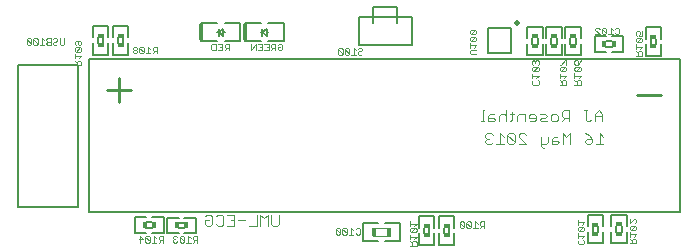
<source format=gbo>
G75*
G70*
%OFA0B0*%
%FSLAX24Y24*%
%IPPOS*%
%LPD*%
%AMOC8*
5,1,8,0,0,1.08239X$1,22.5*
%
%ADD10C,0.0050*%
%ADD11C,0.0098*%
%ADD12C,0.0060*%
%ADD13R,0.0118X0.0236*%
%ADD14C,0.0020*%
%ADD15R,0.0236X0.0118*%
%ADD16C,0.0030*%
%ADD17C,0.0040*%
%ADD18R,0.0138X0.0315*%
%ADD19C,0.0080*%
%ADD20C,0.0197*%
%ADD21C,0.0120*%
D10*
X002646Y001530D02*
X002646Y006650D01*
X022326Y006650D01*
X022326Y001530D01*
X002646Y001530D01*
X004172Y001365D02*
X004172Y000853D01*
X004546Y000853D01*
X004743Y000853D02*
X005117Y000853D01*
X005117Y001365D01*
X004743Y001365D01*
X004546Y001365D02*
X004172Y001365D01*
X005243Y001357D02*
X005243Y000845D01*
X005617Y000845D01*
X005814Y000845D02*
X006188Y000845D01*
X006188Y001357D01*
X005814Y001357D01*
X005617Y001357D02*
X005243Y001357D01*
X011755Y001184D02*
X011755Y000593D01*
X012267Y000593D01*
X012503Y000593D02*
X013015Y000593D01*
X013015Y001184D01*
X012503Y001184D01*
X012267Y001184D02*
X011755Y001184D01*
X013625Y001026D02*
X013625Y001400D01*
X014137Y001400D01*
X014137Y001026D01*
X014294Y001026D02*
X014294Y001400D01*
X014806Y001400D01*
X014806Y001026D01*
X014806Y000830D02*
X014806Y000456D01*
X014294Y000456D01*
X014294Y000830D01*
X014137Y000830D02*
X014137Y000456D01*
X013625Y000456D01*
X013625Y000830D01*
X019255Y000869D02*
X019255Y000495D01*
X019767Y000495D01*
X019767Y000869D01*
X020042Y000869D02*
X020042Y000495D01*
X020554Y000495D01*
X020554Y000869D01*
X020554Y001066D02*
X020554Y001440D01*
X020042Y001440D01*
X020042Y001066D01*
X019767Y001066D02*
X019767Y001440D01*
X019255Y001440D01*
X019255Y001066D01*
X019019Y006771D02*
X018507Y006771D01*
X018507Y007145D01*
X018389Y007149D02*
X018389Y006774D01*
X017877Y006774D01*
X017877Y007149D01*
X017759Y007149D02*
X017759Y006774D01*
X017247Y006774D01*
X017247Y007149D01*
X017247Y007345D02*
X017247Y007719D01*
X017759Y007719D01*
X017759Y007345D01*
X017877Y007345D02*
X017877Y007719D01*
X018389Y007719D01*
X018389Y007345D01*
X018507Y007341D02*
X018507Y007715D01*
X019019Y007715D01*
X019019Y007341D01*
X019487Y007404D02*
X019861Y007404D01*
X020058Y007404D02*
X020432Y007404D01*
X020432Y006893D01*
X020058Y006893D01*
X019861Y006893D02*
X019487Y006893D01*
X019487Y007404D01*
X019019Y007145D02*
X019019Y006771D01*
X021184Y006755D02*
X021184Y007129D01*
X021184Y007326D02*
X021184Y007700D01*
X021696Y007700D01*
X021696Y007326D01*
X021696Y007129D02*
X021696Y006755D01*
X021184Y006755D01*
X016715Y006853D02*
X016715Y007680D01*
X015928Y007680D01*
X015928Y006853D01*
X016715Y006853D01*
X009117Y007247D02*
X008605Y007247D01*
X008369Y007247D02*
X007818Y007247D01*
X007660Y007247D02*
X007149Y007247D01*
X006912Y007247D02*
X006361Y007247D01*
X006952Y007424D02*
X006952Y007542D01*
X006912Y007542D01*
X006952Y007542D02*
X007109Y007424D01*
X007109Y007542D01*
X007149Y007542D01*
X007109Y007542D02*
X007109Y007660D01*
X006952Y007542D01*
X006952Y007660D01*
X006912Y007837D02*
X006361Y007837D01*
X007149Y007837D02*
X007660Y007837D01*
X007660Y007247D01*
X008408Y007424D02*
X008408Y007542D01*
X008369Y007542D01*
X008408Y007542D02*
X008566Y007424D01*
X008566Y007542D01*
X008605Y007542D01*
X008566Y007542D02*
X008566Y007660D01*
X008408Y007542D01*
X008408Y007660D01*
X008369Y007837D02*
X007818Y007837D01*
X008605Y007837D02*
X009117Y007837D01*
X009117Y007247D01*
X003940Y007168D02*
X003940Y006794D01*
X003428Y006794D01*
X003428Y007168D01*
X003271Y007168D02*
X003271Y006794D01*
X002759Y006794D01*
X002759Y007168D01*
X002759Y007365D02*
X002759Y007739D01*
X003271Y007739D01*
X003271Y007365D01*
X003428Y007365D02*
X003428Y007739D01*
X003940Y007739D01*
X003940Y007365D01*
D11*
X003635Y005999D02*
X003635Y005211D01*
X004028Y005605D02*
X003241Y005605D01*
X020897Y005444D02*
X021684Y005444D01*
D12*
X020056Y007060D02*
X019863Y007060D01*
X019863Y007237D02*
X020056Y007237D01*
X018851Y007147D02*
X018851Y007339D01*
X018674Y007339D02*
X018674Y007147D01*
X018221Y007150D02*
X018221Y007343D01*
X018045Y007343D02*
X018045Y007150D01*
X017591Y007150D02*
X017591Y007343D01*
X017415Y007343D02*
X017415Y007150D01*
X021352Y007131D02*
X021352Y007324D01*
X021528Y007324D02*
X021528Y007131D01*
X005812Y001189D02*
X005619Y001189D01*
X005619Y001013D02*
X005812Y001013D01*
X004741Y001021D02*
X004548Y001021D01*
X004548Y001197D02*
X004741Y001197D01*
X013793Y001024D02*
X013793Y000832D01*
X013969Y000832D02*
X013969Y001024D01*
X014462Y001024D02*
X014462Y000832D01*
X014638Y000832D02*
X014638Y001024D01*
X019423Y001064D02*
X019423Y000871D01*
X019599Y000871D02*
X019599Y001064D01*
X020210Y001064D02*
X020210Y000871D01*
X020386Y000871D02*
X020386Y001064D01*
X003772Y007170D02*
X003772Y007363D01*
X003596Y007363D02*
X003596Y007170D01*
X003103Y007170D02*
X003103Y007363D01*
X002926Y007363D02*
X002926Y007170D01*
D13*
X004486Y001111D03*
X004806Y001111D03*
X005554Y001099D03*
X005874Y001099D03*
X019800Y007150D03*
X020120Y007150D03*
D14*
X020851Y007129D02*
X020851Y006982D01*
X020851Y007055D02*
X021071Y007055D01*
X020998Y006982D01*
X021034Y006908D02*
X020961Y006908D01*
X020924Y006871D01*
X020924Y006761D01*
X020924Y006834D02*
X020851Y006908D01*
X020851Y006761D02*
X021071Y006761D01*
X021071Y006871D01*
X021034Y006908D01*
X021034Y007203D02*
X020887Y007203D01*
X021034Y007350D01*
X020887Y007350D01*
X020851Y007313D01*
X020851Y007239D01*
X020887Y007203D01*
X021034Y007203D02*
X021071Y007239D01*
X021071Y007313D01*
X021034Y007350D01*
X021071Y007424D02*
X020961Y007424D01*
X020998Y007497D01*
X020998Y007534D01*
X020961Y007571D01*
X020887Y007571D01*
X020851Y007534D01*
X020851Y007460D01*
X020887Y007424D01*
X021071Y007424D02*
X021071Y007571D01*
X020314Y007510D02*
X020277Y007473D01*
X020204Y007473D01*
X020167Y007510D01*
X020093Y007473D02*
X019946Y007473D01*
X020019Y007473D02*
X020019Y007694D01*
X020093Y007620D01*
X020167Y007657D02*
X020204Y007694D01*
X020277Y007694D01*
X020314Y007657D01*
X020314Y007510D01*
X019872Y007510D02*
X019872Y007657D01*
X019835Y007694D01*
X019762Y007694D01*
X019725Y007657D01*
X019872Y007510D01*
X019835Y007473D01*
X019762Y007473D01*
X019725Y007510D01*
X019725Y007657D01*
X019651Y007657D02*
X019614Y007694D01*
X019541Y007694D01*
X019504Y007657D01*
X019504Y007620D01*
X019651Y007473D01*
X019504Y007473D01*
X019032Y006604D02*
X018996Y006531D01*
X018922Y006457D01*
X018922Y006567D01*
X018885Y006604D01*
X018849Y006604D01*
X018812Y006567D01*
X018812Y006494D01*
X018849Y006457D01*
X018922Y006457D01*
X018849Y006383D02*
X018812Y006346D01*
X018812Y006273D01*
X018849Y006236D01*
X018996Y006383D01*
X018849Y006383D01*
X018996Y006383D02*
X019032Y006346D01*
X019032Y006273D01*
X018996Y006236D01*
X018849Y006236D01*
X018812Y006162D02*
X018812Y006015D01*
X018812Y006089D02*
X019032Y006089D01*
X018959Y006015D01*
X018996Y005941D02*
X018922Y005941D01*
X018885Y005904D01*
X018885Y005794D01*
X018812Y005794D02*
X019032Y005794D01*
X019032Y005904D01*
X018996Y005941D01*
X018885Y005868D02*
X018812Y005941D01*
X018545Y005897D02*
X018508Y005933D01*
X018435Y005933D01*
X018398Y005897D01*
X018398Y005786D01*
X018325Y005786D02*
X018545Y005786D01*
X018545Y005897D01*
X018471Y006007D02*
X018545Y006081D01*
X018325Y006081D01*
X018325Y006154D02*
X018325Y006007D01*
X018325Y005933D02*
X018398Y005860D01*
X017620Y005897D02*
X017620Y005823D01*
X017583Y005786D01*
X017436Y005786D01*
X017399Y005823D01*
X017399Y005897D01*
X017436Y005933D01*
X017399Y006007D02*
X017399Y006154D01*
X017399Y006081D02*
X017620Y006081D01*
X017546Y006007D01*
X017583Y005933D02*
X017620Y005897D01*
X017583Y006228D02*
X017436Y006228D01*
X017583Y006375D01*
X017436Y006375D01*
X017399Y006339D01*
X017399Y006265D01*
X017436Y006228D01*
X017583Y006228D02*
X017620Y006265D01*
X017620Y006339D01*
X017583Y006375D01*
X017583Y006449D02*
X017620Y006486D01*
X017620Y006560D01*
X017583Y006596D01*
X017546Y006596D01*
X017510Y006560D01*
X017473Y006596D01*
X017436Y006596D01*
X017399Y006560D01*
X017399Y006486D01*
X017436Y006449D01*
X017510Y006523D02*
X017510Y006560D01*
X018325Y006449D02*
X018361Y006449D01*
X018508Y006596D01*
X018545Y006596D01*
X018545Y006449D01*
X018508Y006375D02*
X018361Y006375D01*
X018325Y006339D01*
X018325Y006265D01*
X018361Y006228D01*
X018508Y006375D01*
X018545Y006339D01*
X018545Y006265D01*
X018508Y006228D01*
X018361Y006228D01*
X015540Y006802D02*
X015357Y006802D01*
X015320Y006839D01*
X015320Y006912D01*
X015357Y006949D01*
X015540Y006949D01*
X015467Y007023D02*
X015540Y007096D01*
X015320Y007096D01*
X015320Y007023D02*
X015320Y007170D01*
X015357Y007244D02*
X015504Y007391D01*
X015357Y007391D01*
X015320Y007354D01*
X015320Y007281D01*
X015357Y007244D01*
X015504Y007244D01*
X015540Y007281D01*
X015540Y007354D01*
X015504Y007391D01*
X015504Y007465D02*
X015540Y007502D01*
X015540Y007575D01*
X015504Y007612D01*
X015357Y007465D01*
X015320Y007502D01*
X015320Y007575D01*
X015357Y007612D01*
X015504Y007612D01*
X015504Y007465D02*
X015357Y007465D01*
X011747Y006972D02*
X011747Y006935D01*
X011710Y006899D01*
X011637Y006899D01*
X011600Y006862D01*
X011600Y006825D01*
X011637Y006788D01*
X011710Y006788D01*
X011747Y006825D01*
X011747Y006972D02*
X011710Y007009D01*
X011637Y007009D01*
X011600Y006972D01*
X011526Y006935D02*
X011452Y007009D01*
X011452Y006788D01*
X011379Y006788D02*
X011526Y006788D01*
X011305Y006825D02*
X011158Y006972D01*
X011158Y006825D01*
X011195Y006788D01*
X011268Y006788D01*
X011305Y006825D01*
X011305Y006972D01*
X011268Y007009D01*
X011195Y007009D01*
X011158Y006972D01*
X011084Y006972D02*
X011047Y007009D01*
X010974Y007009D01*
X010937Y006972D01*
X011084Y006825D01*
X011047Y006788D01*
X010974Y006788D01*
X010937Y006825D01*
X010937Y006972D01*
X011084Y006972D02*
X011084Y006825D01*
X009068Y006973D02*
X009031Y006936D01*
X008958Y006936D01*
X008921Y006973D01*
X008921Y007046D01*
X008994Y007046D01*
X008921Y007120D02*
X008958Y007156D01*
X009031Y007156D01*
X009068Y007120D01*
X009068Y006973D01*
X008847Y007009D02*
X008737Y007009D01*
X008700Y007046D01*
X008700Y007120D01*
X008737Y007156D01*
X008847Y007156D01*
X008847Y006936D01*
X008773Y007009D02*
X008700Y006936D01*
X008626Y006936D02*
X008479Y006936D01*
X008405Y006936D02*
X008258Y006936D01*
X008184Y006936D02*
X008184Y007156D01*
X008037Y006936D01*
X008037Y007156D01*
X008258Y007156D02*
X008405Y007156D01*
X008405Y006936D01*
X008405Y007046D02*
X008331Y007046D01*
X008479Y007156D02*
X008626Y007156D01*
X008626Y006936D01*
X008626Y007046D02*
X008552Y007046D01*
X007296Y007009D02*
X007186Y007009D01*
X007149Y007046D01*
X007149Y007120D01*
X007186Y007156D01*
X007296Y007156D01*
X007296Y006936D01*
X007223Y007009D02*
X007149Y006936D01*
X007075Y006936D02*
X006928Y006936D01*
X006854Y006936D02*
X006744Y006936D01*
X006707Y006973D01*
X006707Y007120D01*
X006744Y007156D01*
X006854Y007156D01*
X006854Y006936D01*
X007002Y007046D02*
X007075Y007046D01*
X007075Y007156D02*
X007075Y006936D01*
X007075Y007156D02*
X006928Y007156D01*
X004898Y007055D02*
X004898Y006835D01*
X004898Y006908D02*
X004788Y006908D01*
X004752Y006945D01*
X004752Y007019D01*
X004788Y007055D01*
X004898Y007055D01*
X004825Y006908D02*
X004752Y006835D01*
X004677Y006835D02*
X004531Y006835D01*
X004604Y006835D02*
X004604Y007055D01*
X004677Y006982D01*
X004456Y007019D02*
X004456Y006872D01*
X004310Y007019D01*
X004310Y006872D01*
X004346Y006835D01*
X004420Y006835D01*
X004456Y006872D01*
X004235Y006872D02*
X004235Y006908D01*
X004199Y006945D01*
X004125Y006945D01*
X004089Y006908D01*
X004089Y006872D01*
X004125Y006835D01*
X004199Y006835D01*
X004235Y006872D01*
X004199Y006945D02*
X004235Y006982D01*
X004235Y007019D01*
X004199Y007055D01*
X004125Y007055D01*
X004089Y007019D01*
X004089Y006982D01*
X004125Y006945D01*
X004310Y007019D02*
X004346Y007055D01*
X004420Y007055D01*
X004456Y007019D01*
X002370Y006998D02*
X002370Y006924D01*
X002333Y006888D01*
X002187Y006888D01*
X002333Y007035D01*
X002187Y007035D01*
X002150Y006998D01*
X002150Y006924D01*
X002187Y006888D01*
X002150Y006814D02*
X002150Y006667D01*
X002150Y006740D02*
X002370Y006740D01*
X002297Y006667D01*
X002333Y006593D02*
X002260Y006593D01*
X002223Y006556D01*
X002223Y006446D01*
X002150Y006446D02*
X002370Y006446D01*
X002370Y006556D01*
X002333Y006593D01*
X002223Y006519D02*
X002150Y006593D01*
X002370Y006998D02*
X002333Y007035D01*
X002333Y007109D02*
X002297Y007109D01*
X002260Y007145D01*
X002260Y007256D01*
X002187Y007256D02*
X002333Y007256D01*
X002370Y007219D01*
X002370Y007145D01*
X002333Y007109D01*
X002187Y007109D02*
X002150Y007145D01*
X002150Y007219D01*
X002187Y007256D01*
X001803Y007336D02*
X001803Y007152D01*
X001766Y007115D01*
X001693Y007115D01*
X001656Y007152D01*
X001656Y007336D01*
X001582Y007299D02*
X001582Y007262D01*
X001545Y007225D01*
X001472Y007225D01*
X001435Y007189D01*
X001435Y007152D01*
X001472Y007115D01*
X001545Y007115D01*
X001582Y007152D01*
X001361Y007115D02*
X001251Y007115D01*
X001214Y007152D01*
X001214Y007189D01*
X001251Y007225D01*
X001361Y007225D01*
X001435Y007299D02*
X001472Y007336D01*
X001545Y007336D01*
X001582Y007299D01*
X001361Y007336D02*
X001251Y007336D01*
X001214Y007299D01*
X001214Y007262D01*
X001251Y007225D01*
X001140Y007262D02*
X001067Y007336D01*
X001067Y007115D01*
X001140Y007115D02*
X000993Y007115D01*
X000919Y007152D02*
X000772Y007299D01*
X000772Y007152D01*
X000809Y007115D01*
X000882Y007115D01*
X000919Y007152D01*
X000919Y007299D01*
X000882Y007336D01*
X000809Y007336D01*
X000772Y007299D01*
X000698Y007299D02*
X000661Y007336D01*
X000588Y007336D01*
X000551Y007299D01*
X000698Y007152D01*
X000661Y007115D01*
X000588Y007115D01*
X000551Y007152D01*
X000551Y007299D01*
X000698Y007299D02*
X000698Y007152D01*
X001361Y007115D02*
X001361Y007336D01*
X013331Y001232D02*
X013331Y001085D01*
X013331Y001159D02*
X013551Y001159D01*
X013478Y001085D01*
X013515Y001011D02*
X013368Y001011D01*
X013331Y000974D01*
X013331Y000901D01*
X013368Y000864D01*
X013515Y001011D01*
X013551Y000974D01*
X013551Y000901D01*
X013515Y000864D01*
X013368Y000864D01*
X013331Y000790D02*
X013331Y000643D01*
X013331Y000717D02*
X013551Y000717D01*
X013478Y000643D01*
X013515Y000569D02*
X013441Y000569D01*
X013404Y000532D01*
X013404Y000422D01*
X013331Y000422D02*
X013551Y000422D01*
X013551Y000532D01*
X013515Y000569D01*
X013404Y000496D02*
X013331Y000569D01*
X011666Y000831D02*
X011629Y000794D01*
X011556Y000794D01*
X011519Y000831D01*
X011445Y000794D02*
X011298Y000794D01*
X011372Y000794D02*
X011372Y001015D01*
X011445Y000941D01*
X011519Y000978D02*
X011556Y001015D01*
X011629Y001015D01*
X011666Y000978D01*
X011666Y000831D01*
X011224Y000831D02*
X011224Y000978D01*
X011187Y001015D01*
X011114Y001015D01*
X011077Y000978D01*
X011224Y000831D01*
X011187Y000794D01*
X011114Y000794D01*
X011077Y000831D01*
X011077Y000978D01*
X011003Y000978D02*
X010966Y001015D01*
X010893Y001015D01*
X010856Y000978D01*
X011003Y000831D01*
X010966Y000794D01*
X010893Y000794D01*
X010856Y000831D01*
X010856Y000978D01*
X011003Y000978D02*
X011003Y000831D01*
X014994Y001045D02*
X015031Y001008D01*
X015104Y001008D01*
X015141Y001045D01*
X014994Y001192D01*
X014994Y001045D01*
X014994Y001192D02*
X015031Y001228D01*
X015104Y001228D01*
X015141Y001192D01*
X015141Y001045D01*
X015215Y001045D02*
X015252Y001008D01*
X015325Y001008D01*
X015362Y001045D01*
X015215Y001192D01*
X015215Y001045D01*
X015215Y001192D02*
X015252Y001228D01*
X015325Y001228D01*
X015362Y001192D01*
X015362Y001045D01*
X015436Y001008D02*
X015583Y001008D01*
X015510Y001008D02*
X015510Y001228D01*
X015583Y001155D01*
X015657Y001118D02*
X015694Y001082D01*
X015804Y001082D01*
X015731Y001082D02*
X015657Y001008D01*
X015804Y001008D02*
X015804Y001228D01*
X015694Y001228D01*
X015657Y001192D01*
X015657Y001118D01*
X018922Y001125D02*
X018922Y001271D01*
X018922Y001198D02*
X019142Y001198D01*
X019068Y001125D01*
X019105Y001050D02*
X018958Y000904D01*
X018922Y000940D01*
X018922Y001014D01*
X018958Y001050D01*
X019105Y001050D01*
X019142Y001014D01*
X019142Y000940D01*
X019105Y000904D01*
X018958Y000904D01*
X018922Y000829D02*
X018922Y000683D01*
X018922Y000756D02*
X019142Y000756D01*
X019068Y000683D01*
X019105Y000608D02*
X019142Y000572D01*
X019142Y000498D01*
X019105Y000462D01*
X018958Y000462D01*
X018922Y000498D01*
X018922Y000572D01*
X018958Y000608D01*
X020654Y000648D02*
X020727Y000574D01*
X020727Y000611D02*
X020727Y000501D01*
X020654Y000501D02*
X020874Y000501D01*
X020874Y000611D01*
X020837Y000648D01*
X020764Y000648D01*
X020727Y000611D01*
X020654Y000722D02*
X020654Y000869D01*
X020654Y000795D02*
X020874Y000795D01*
X020801Y000722D01*
X020837Y000943D02*
X020691Y000943D01*
X020837Y001090D01*
X020691Y001090D01*
X020654Y001053D01*
X020654Y000980D01*
X020691Y000943D01*
X020837Y000943D02*
X020874Y000980D01*
X020874Y001053D01*
X020837Y001090D01*
X020837Y001164D02*
X020874Y001201D01*
X020874Y001274D01*
X020837Y001311D01*
X020801Y001311D01*
X020654Y001164D01*
X020654Y001311D01*
X006241Y000745D02*
X006241Y000525D01*
X006241Y000598D02*
X006131Y000598D01*
X006094Y000635D01*
X006094Y000708D01*
X006131Y000745D01*
X006241Y000745D01*
X006168Y000598D02*
X006094Y000525D01*
X006020Y000525D02*
X005873Y000525D01*
X005947Y000525D02*
X005947Y000745D01*
X006020Y000672D01*
X005799Y000708D02*
X005799Y000562D01*
X005652Y000708D01*
X005652Y000562D01*
X005689Y000525D01*
X005762Y000525D01*
X005799Y000562D01*
X005578Y000562D02*
X005541Y000525D01*
X005468Y000525D01*
X005431Y000562D01*
X005431Y000598D01*
X005468Y000635D01*
X005505Y000635D01*
X005468Y000635D02*
X005431Y000672D01*
X005431Y000708D01*
X005468Y000745D01*
X005541Y000745D01*
X005578Y000708D01*
X005652Y000708D02*
X005689Y000745D01*
X005762Y000745D01*
X005799Y000708D01*
X005099Y000745D02*
X005099Y000525D01*
X005099Y000598D02*
X004989Y000598D01*
X004952Y000635D01*
X004952Y000708D01*
X004989Y000745D01*
X005099Y000745D01*
X005026Y000598D02*
X004952Y000525D01*
X004878Y000525D02*
X004731Y000525D01*
X004805Y000525D02*
X004805Y000745D01*
X004878Y000672D01*
X004657Y000708D02*
X004657Y000562D01*
X004510Y000708D01*
X004510Y000562D01*
X004547Y000525D01*
X004621Y000525D01*
X004657Y000562D01*
X004436Y000635D02*
X004289Y000635D01*
X004326Y000525D02*
X004326Y000745D01*
X004436Y000635D01*
X004510Y000708D02*
X004547Y000745D01*
X004621Y000745D01*
X004657Y000708D01*
D15*
X013883Y000767D03*
X014552Y000767D03*
X014552Y001087D03*
X013883Y001087D03*
X019513Y001126D03*
X020296Y001128D03*
X020296Y000808D03*
X019513Y000806D03*
X021438Y007068D03*
X021438Y007388D03*
X018765Y007402D03*
X018765Y007082D03*
X018131Y007088D03*
X018131Y007408D03*
X017505Y007406D03*
X017505Y007086D03*
X003686Y007106D03*
X003017Y007106D03*
X003017Y007426D03*
X003686Y007426D03*
D16*
X015749Y004935D02*
X015749Y004565D01*
X015688Y004565D02*
X015811Y004565D01*
X015933Y004565D02*
X016118Y004565D01*
X016179Y004627D01*
X016118Y004689D01*
X015933Y004689D01*
X015933Y004750D02*
X015933Y004565D01*
X015933Y004750D02*
X015994Y004812D01*
X016118Y004812D01*
X016301Y004750D02*
X016301Y004565D01*
X016548Y004565D02*
X016548Y004935D01*
X016486Y004812D02*
X016363Y004812D01*
X016301Y004750D01*
X016486Y004812D02*
X016548Y004750D01*
X016670Y004812D02*
X016793Y004812D01*
X016732Y004874D02*
X016732Y004627D01*
X016670Y004565D01*
X016915Y004565D02*
X016915Y004750D01*
X016976Y004812D01*
X017162Y004812D01*
X017162Y004565D01*
X017283Y004689D02*
X017530Y004689D01*
X017530Y004750D02*
X017530Y004627D01*
X017468Y004565D01*
X017345Y004565D01*
X017283Y004689D02*
X017283Y004750D01*
X017345Y004812D01*
X017468Y004812D01*
X017530Y004750D01*
X017651Y004812D02*
X017837Y004812D01*
X017898Y004750D01*
X017837Y004689D01*
X017713Y004689D01*
X017651Y004627D01*
X017713Y004565D01*
X017898Y004565D01*
X018020Y004627D02*
X018020Y004750D01*
X018081Y004812D01*
X018205Y004812D01*
X018267Y004750D01*
X018267Y004627D01*
X018205Y004565D01*
X018081Y004565D01*
X018020Y004627D01*
X018388Y004565D02*
X018511Y004689D01*
X018450Y004689D02*
X018635Y004689D01*
X018635Y004565D02*
X018635Y004935D01*
X018450Y004935D01*
X018388Y004874D01*
X018388Y004750D01*
X018450Y004689D01*
X019125Y004935D02*
X019248Y004935D01*
X019186Y004935D02*
X019186Y004627D01*
X019248Y004565D01*
X019310Y004565D01*
X019371Y004627D01*
X019493Y004565D02*
X019493Y004812D01*
X019616Y004935D01*
X019740Y004812D01*
X019740Y004565D01*
X019740Y004750D02*
X019493Y004750D01*
X019652Y004172D02*
X019652Y003801D01*
X019775Y003801D02*
X019528Y003801D01*
X019407Y003863D02*
X019345Y003801D01*
X019222Y003801D01*
X019160Y003863D01*
X019160Y003925D01*
X019222Y003986D01*
X019407Y003986D01*
X019407Y003863D01*
X019407Y003986D02*
X019283Y004110D01*
X019160Y004172D01*
X018670Y004172D02*
X018547Y004048D01*
X018423Y004172D01*
X018423Y003801D01*
X018302Y003863D02*
X018240Y003925D01*
X018055Y003925D01*
X018055Y003986D02*
X018055Y003801D01*
X018240Y003801D01*
X018302Y003863D01*
X018117Y004048D02*
X018055Y003986D01*
X018117Y004048D02*
X018240Y004048D01*
X017934Y004048D02*
X017934Y003863D01*
X017872Y003801D01*
X017687Y003801D01*
X017687Y003740D02*
X017749Y003678D01*
X017810Y003678D01*
X017687Y003740D02*
X017687Y004048D01*
X017197Y004110D02*
X017135Y004172D01*
X017012Y004172D01*
X016950Y004110D01*
X016950Y004048D01*
X017197Y003801D01*
X016950Y003801D01*
X016829Y003863D02*
X016582Y004110D01*
X016582Y003863D01*
X016644Y003801D01*
X016767Y003801D01*
X016829Y003863D01*
X016829Y004110D01*
X016767Y004172D01*
X016644Y004172D01*
X016582Y004110D01*
X016460Y004048D02*
X016337Y004172D01*
X016337Y003801D01*
X016460Y003801D02*
X016214Y003801D01*
X016092Y003863D02*
X016030Y003801D01*
X015907Y003801D01*
X015845Y003863D01*
X015845Y003925D01*
X015907Y003986D01*
X015969Y003986D01*
X015907Y003986D02*
X015845Y004048D01*
X015845Y004110D01*
X015907Y004172D01*
X016030Y004172D01*
X016092Y004110D01*
X015811Y004935D02*
X015749Y004935D01*
X018670Y004172D02*
X018670Y003801D01*
X019652Y004172D02*
X019775Y004048D01*
X008952Y001459D02*
X008952Y001150D01*
X008891Y001089D01*
X008767Y001089D01*
X008706Y001150D01*
X008706Y001459D01*
X008584Y001459D02*
X008461Y001336D01*
X008337Y001459D01*
X008337Y001089D01*
X008216Y001089D02*
X007969Y001089D01*
X008216Y001089D02*
X008216Y001459D01*
X008584Y001459D02*
X008584Y001089D01*
X007847Y001274D02*
X007601Y001274D01*
X007479Y001274D02*
X007356Y001274D01*
X007111Y001397D02*
X007111Y001150D01*
X007049Y001089D01*
X006926Y001089D01*
X006864Y001150D01*
X006743Y001150D02*
X006681Y001089D01*
X006557Y001089D01*
X006496Y001150D01*
X006496Y001274D01*
X006619Y001274D01*
X006743Y001397D02*
X006743Y001150D01*
X007232Y001089D02*
X007479Y001089D01*
X007479Y001459D01*
X007232Y001459D01*
X007111Y001397D02*
X007049Y001459D01*
X006926Y001459D01*
X006864Y001397D01*
X006743Y001397D02*
X006681Y001459D01*
X006557Y001459D01*
X006496Y001397D01*
D17*
X012099Y001026D02*
X012670Y001026D01*
X012670Y000751D02*
X012099Y000751D01*
D18*
X012139Y000889D03*
X012631Y000889D03*
D19*
X002267Y001715D02*
X002267Y006440D01*
X000259Y006440D01*
X000259Y001715D01*
X002267Y001715D01*
X011617Y007109D02*
X013389Y007109D01*
X013389Y007135D02*
X013389Y008042D01*
X013389Y008054D02*
X011617Y008054D01*
X011617Y008042D02*
X011617Y007135D01*
X012109Y007837D02*
X012109Y008369D01*
X012109Y008389D02*
X012897Y008389D01*
X012897Y008369D02*
X012897Y007837D01*
X012897Y008369D01*
D20*
X016883Y007830D03*
D21*
X007837Y007778D02*
X007837Y007306D01*
X006381Y007306D02*
X006381Y007778D01*
M02*

</source>
